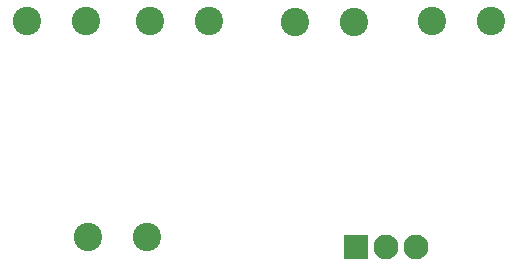
<source format=gts>
G04 Layer: TopSolderMaskLayer*
G04 EasyEDA v6.5.46, 2024-09-12 22:27:14*
G04 Gerber Generator version 0.2*
G04 Scale: 100 percent, Rotated: No, Reflected: No *
G04 Dimensions in millimeters *
G04 leading zeros omitted , absolute positions ,4 integer and 5 decimal *
%FSLAX45Y45*%
%MOMM*%

%AMMACRO1*4,1,8,-1.0211,-1.0508,-1.0508,-1.0208,-1.0508,1.0211,-1.0211,1.0508,1.0208,1.0508,1.0508,1.0211,1.0508,-1.0208,1.0208,-1.0508,-1.0211,-1.0508,0*%
%ADD10C,2.4016*%
%ADD11MACRO1*%
%ADD12C,2.1016*%

%LPD*%
D10*
G01*
X1718500Y7581900D03*
G01*
X2218499Y7581900D03*
G01*
X3471100Y9398000D03*
G01*
X3971099Y9398000D03*
G01*
X4626800Y9410700D03*
G01*
X5126799Y9410700D03*
G01*
X1197800Y9410700D03*
G01*
X1697799Y9410700D03*
G01*
X2239200Y9410700D03*
G01*
X2739199Y9410700D03*
D11*
G01*
X3987800Y7493000D03*
D12*
G01*
X4241800Y7493000D03*
G01*
X4495800Y7493000D03*
M02*

</source>
